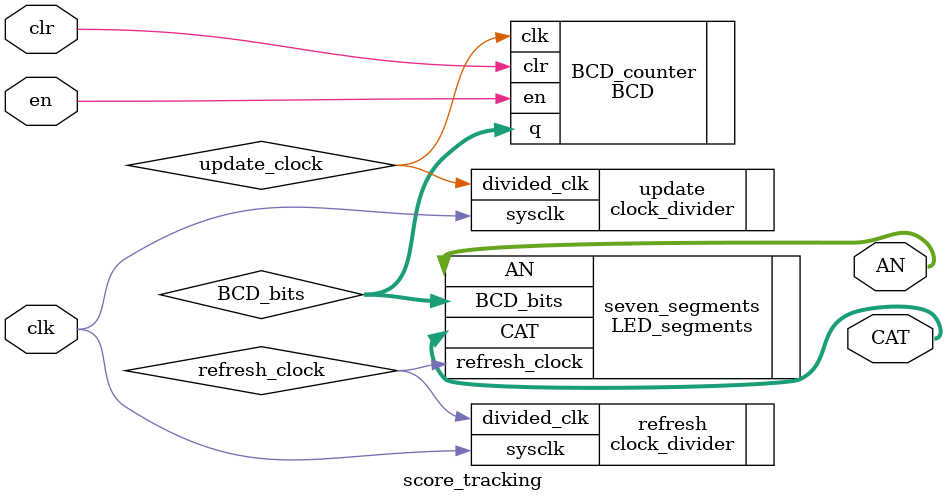
<source format=v>
module score_tracking(
    input clk,
    input en,
    input clr, 
    output [7:0]  AN,
    output [6:0]  CAT
);

    wire refresh_clock;
    wire update_clock;
    
    wire [31:0] BCD_bits;
    
    // high frequency so that people don't feel dizzy
    clock_divider #(4999) refresh(
        .sysclk(clk), 
        .divided_clk(refresh_clock)
    );
    
    // actual score update speed
    clock_divider #(4999999) update(
        .sysclk(clk), 
        .divided_clk(update_clock)
    );

    LED_segments seven_segments(
        .refresh_clock(refresh_clock), 
        .BCD_bits(BCD_bits),
        .AN(AN),
        .CAT(CAT)
    );

    BCD BCD_counter(
        .q(BCD_bits), 
    
        .clk(update_clock), // scoring clock, debate whether to add 
        .en(en), // end of life
        .clr(clr) // end of life -- collision signal
    );

endmodule
</source>
